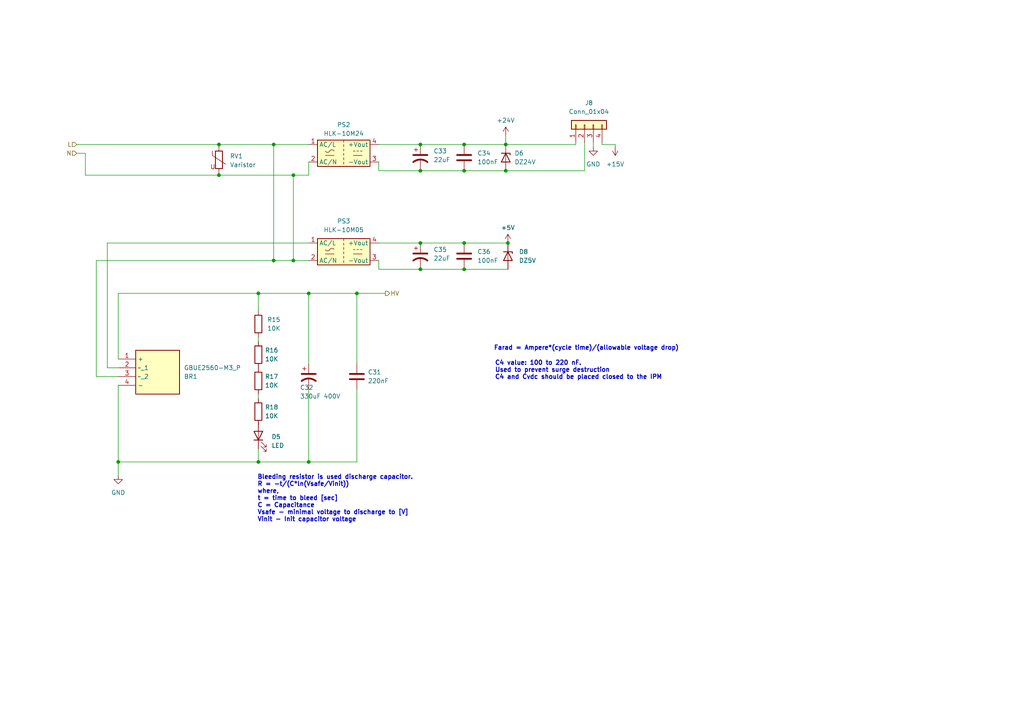
<source format=kicad_sch>
(kicad_sch (version 20230121) (generator eeschema)
  (paper "A4")
  (lib_symbols
    (symbol "Connector_Generic:Conn_01x04" (pin_names (offset 1.016) hide)
      (property "Reference" "J" (at 0 5.08 0))
      (property "Value" "Conn_01x04" (at 0 -7.62 0))
      (symbol "Conn_01x04_1_1"
        (rectangle (start -1.27 -4.953) (end 0 -5.207) (stroke (width 0.1524)))
        (rectangle (start -1.27 -2.413) (end 0 -2.667) (stroke (width 0.1524)))
        (rectangle (start -1.27 0.127) (end 0 -0.127) (stroke (width 0.1524)))
        (rectangle (start -1.27 2.667) (end 0 2.413) (stroke (width 0.1524)))
        (rectangle (start -1.27 3.81) (end 1.27 -6.35) (stroke (width 0.254)) (fill (type background)))
        (pin passive line (at -5.08 2.54 0) (length 3.81) (name "Pin_1") (number "1"))
        (pin passive line (at -5.08 0 0) (length 3.81) (name "Pin_2") (number "2"))
        (pin passive line (at -5.08 -2.54 0) (length 3.81) (name "Pin_3") (number "3"))
        (pin passive line (at -5.08 -5.08 0) (length 3.81) (name "Pin_4") (number "4"))
      )
    )
    (symbol "Converter_ACDC:HLK-10M05"
      (property "Reference" "PS" (at 0 5.08 0))
      (property "Value" "HLK-10M05" (at 0 -5.08 0))
      (symbol "HLK-10M05_0_1"
        (rectangle (start -7.62 3.81) (end 7.62 -3.81) (stroke (width 0.254)) (fill (type background)))
        (arc (start -5.334 0.635) (mid -4.699 0.2495) (end -4.064 0.635))
        (arc (start -2.794 0.635) (mid -3.429 1.0072) (end -4.064 0.635))
        (polyline (pts (xy -5.334 -0.635) (xy -2.794 -0.635)))
        (polyline (pts (xy 0 -2.54) (xy 0 -3.175)))
        (polyline (pts (xy 0 -1.27) (xy 0 -1.905)))
        (polyline (pts (xy 0 0) (xy 0 -0.635)))
        (polyline (pts (xy 0 1.27) (xy 0 0.635)))
        (polyline (pts (xy 0 2.54) (xy 0 1.905)))
        (polyline (pts (xy 0 3.81) (xy 0 3.175)))
        (polyline (pts (xy 2.794 -0.635) (xy 5.334 -0.635)))
        (polyline (pts (xy 2.794 0.635) (xy 3.302 0.635)))
        (polyline (pts (xy 3.81 0.635) (xy 4.318 0.635)))
        (polyline (pts (xy 4.826 0.635) (xy 5.334 0.635)))
      )
      (symbol "HLK-10M05_1_1"
        (pin power_in line (at -10.16 2.54 0) (length 2.54) (name "AC/L") (number "1"))
        (pin power_in line (at -10.16 -2.54 0) (length 2.54) (name "AC/N") (number "2"))
        (pin power_out line (at 10.16 -2.54 180) (length 2.54) (name "-Vout") (number "3"))
        (pin power_out line (at 10.16 2.54 180) (length 2.54) (name "+Vout") (number "4"))
      )
    )
    (symbol "Converter_ACDC:HLK-10M24"
      (property "Reference" "PS" (at 0 5.08 0))
      (property "Value" "HLK-10M24" (at 0 -5.08 0))
      (symbol "HLK-10M24_0_1"
        (rectangle (start -7.62 3.81) (end 7.62 -3.81) (stroke (width 0.254)) (fill (type background)))
        (arc (start -5.334 0.635) (mid -4.699 0.2495) (end -4.064 0.635))
        (arc (start -2.794 0.635) (mid -3.429 1.0072) (end -4.064 0.635))
        (polyline (pts (xy -5.334 -0.635) (xy -2.794 -0.635)))
        (polyline (pts (xy 0 -2.54) (xy 0 -3.175)))
        (polyline (pts (xy 0 -1.27) (xy 0 -1.905)))
        (polyline (pts (xy 0 0) (xy 0 -0.635)))
        (polyline (pts (xy 0 1.27) (xy 0 0.635)))
        (polyline (pts (xy 0 2.54) (xy 0 1.905)))
        (polyline (pts (xy 0 3.81) (xy 0 3.175)))
        (polyline (pts (xy 2.794 -0.635) (xy 5.334 -0.635)))
        (polyline (pts (xy 2.794 0.635) (xy 3.302 0.635)))
        (polyline (pts (xy 3.81 0.635) (xy 4.318 0.635)))
        (polyline (pts (xy 4.826 0.635) (xy 5.334 0.635)))
      )
      (symbol "HLK-10M24_1_1"
        (pin power_in line (at -10.16 2.54 0) (length 2.54) (name "AC/L") (number "1"))
        (pin power_in line (at -10.16 -2.54 0) (length 2.54) (name "AC/N") (number "2"))
        (pin power_out line (at 10.16 -2.54 180) (length 2.54) (name "-Vout") (number "3"))
        (pin power_out line (at 10.16 2.54 180) (length 2.54) (name "+Vout") (number "4"))
      )
    )
    (symbol "Device:C" (pin_numbers hide) (pin_names (offset 0.254))
      (property "Reference" "C" (at 0.635 2.54 0))
      (property "Value" "C" (at 0.635 -2.54 0))
      (symbol "C_0_1"
        (polyline (pts (xy -2.032 -0.762) (xy 2.032 -0.762)) (stroke (width 0.508)))
        (polyline (pts (xy -2.032 0.762) (xy 2.032 0.762)) (stroke (width 0.508)))
      )
      (symbol "C_1_1"
        (pin passive line (at 0 3.81 270) (length 2.794) (name "~") (number "1"))
        (pin passive line (at 0 -3.81 90) (length 2.794) (name "~") (number "2"))
      )
    )
    (symbol "Device:C_Polarized_US" (pin_numbers hide) (pin_names (offset 0.254) hide)
      (property "Reference" "C" (at 0.635 2.54 0))
      (property "Value" "C_Polarized_US" (at 0.635 -2.54 0))
      (symbol "C_Polarized_US_0_1"
        (polyline (pts (xy -2.032 0.762) (xy 2.032 0.762)) (stroke (width 0.508)))
        (polyline (pts (xy -1.778 2.286) (xy -0.762 2.286)))
        (polyline (pts (xy -1.27 1.778) (xy -1.27 2.794)))
        (arc (start 2.032 -1.27) (mid 0 -0.5572) (end -2.032 -1.27) (stroke (width 0.508)))
      )
      (symbol "C_Polarized_US_1_1"
        (pin passive line (at 0 3.81 270) (length 2.794) (name "~") (number "1"))
        (pin passive line (at 0 -3.81 90) (length 3.302) (name "~") (number "2"))
      )
    )
    (symbol "Device:D_Zener" (pin_numbers hide) (pin_names (offset 1.016) hide)
      (property "Reference" "D" (at 0 2.54 0))
      (property "Value" "D_Zener" (at 0 -2.54 0))
      (symbol "D_Zener_0_1"
        (polyline (pts (xy 1.27 0) (xy -1.27 0)))
        (polyline (pts (xy -1.27 -1.27) (xy -1.27 1.27) (xy -0.762 1.27)) (stroke (width 0.254)))
        (polyline (pts (xy 1.27 -1.27) (xy 1.27 1.27) (xy -1.27 0) (xy 1.27 -1.27)) (stroke (width 0.254)))
      )
      (symbol "D_Zener_1_1"
        (pin passive line (at -3.81 0 0) (length 2.54) (name "K") (number "1"))
        (pin passive line (at 3.81 0 180) (length 2.54) (name "A") (number "2"))
      )
    )
    (symbol "Device:LED" (pin_numbers hide) (pin_names (offset 1.016) hide)
      (property "Reference" "D" (at 0 2.54 0))
      (property "Value" "LED" (at 0 -2.54 0))
      (symbol "LED_0_1"
        (polyline (pts (xy -1.27 -1.27) (xy -1.27 1.27)) (stroke (width 0.254)))
        (polyline (pts (xy -1.27 0) (xy 1.27 0)))
        (polyline (pts (xy 1.27 -1.27) (xy 1.27 1.27) (xy -1.27 0) (xy 1.27 -1.27)) (stroke (width 0.254)))
        (polyline (pts (xy -3.048 -0.762) (xy -4.572 -2.286) (xy -3.81 -2.286) (xy -4.572 -2.286) (xy -4.572 -1.524)))
        (polyline (pts (xy -1.778 -0.762) (xy -3.302 -2.286) (xy -2.54 -2.286) (xy -3.302 -2.286) (xy -3.302 -1.524)))
      )
      (symbol "LED_1_1"
        (pin passive line (at -3.81 0 0) (length 2.54) (name "K") (number "1"))
        (pin passive line (at 3.81 0 180) (length 2.54) (name "A") (number "2"))
      )
    )
    (symbol "Device:R" (pin_numbers hide) (pin_names (offset 0))
      (property "Reference" "R" (at 2.032 0 90))
      (property "Value" "R" (at 0 0 90))
      (symbol "R_0_1"
        (rectangle (start -1.016 -2.54) (end 1.016 2.54) (stroke (width 0.254)))
      )
      (symbol "R_1_1"
        (pin passive line (at 0 3.81 270) (length 1.27) (name "~") (number "1"))
        (pin passive line (at 0 -3.81 90) (length 1.27) (name "~") (number "2"))
      )
    )
    (symbol "Device:Varistor" (pin_numbers hide) (pin_names (offset 0))
      (property "Reference" "RV" (at 3.175 0 90))
      (property "Value" "Varistor" (at -3.175 0 90))
      (symbol "Varistor_0_0"
        (text "U" (at -1.778 -2.032 0) (effects (font (size 1.27 1.27))))
      )
      (symbol "Varistor_0_1"
        (rectangle (start -1.016 -2.54) (end 1.016 2.54) (stroke (width 0.254)))
        (polyline (pts (xy -1.905 2.54) (xy -1.905 1.27) (xy 1.905 -1.27)))
      )
      (symbol "Varistor_1_1"
        (pin passive line (at 0 3.81 270) (length 1.27) (name "~") (number "1"))
        (pin passive line (at 0 -3.81 90) (length 1.27) (name "~") (number "2"))
      )
    )
    (symbol "SamacSys_Parts:GBUE2560-M3_P"
      (property "Reference" "BR" (at 19.05 7.62 0))
      (property "Value" "GBUE2560-M3_P" (at 19.05 5.08 0))
      (symbol "GBUE2560-M3_P_1_1"
        (rectangle (start 5.08 2.54) (end 17.78 -10.16) (stroke (width 0.254)) (fill (type background)))
        (pin passive line (at 0 -7.62 0) (length 5.08) (name "+") (number "1"))
        (pin passive line (at 0 -5.08 0) (length 5.08) (name "~_1") (number "2"))
        (pin passive line (at 0 -2.54 0) (length 5.08) (name "~_2") (number "3"))
        (pin passive line (at 0 0 0) (length 5.08) (name "-") (number "4"))
      )
    )
    (symbol "power:+15V" (power) (pin_names (offset 0))
      (property "Value" "+15V" (at 0 3.556 0))
      (symbol "+15V_0_1"
        (polyline (pts (xy -0.762 1.27) (xy 0 2.54)))
        (polyline (pts (xy 0 0) (xy 0 2.54)))
        (polyline (pts (xy 0 2.54) (xy 0.762 1.27)))
      )
      (symbol "+15V_1_1"
        (pin power_in line (at 0 0 90) (length 0) hide (name "+15V") (number "1"))
      )
    )
    (symbol "power:+24V" (power) (pin_names (offset 0))
      (property "Value" "+24V" (at 0 3.556 0))
      (symbol "+24V_0_1"
        (polyline (pts (xy -0.762 1.27) (xy 0 2.54)))
        (polyline (pts (xy 0 0) (xy 0 2.54)))
        (polyline (pts (xy 0 2.54) (xy 0.762 1.27)))
      )
      (symbol "+24V_1_1"
        (pin power_in line (at 0 0 90) (length 0) hide (name "+24V") (number "1"))
      )
    )
    (symbol "power:+5V" (power) (pin_names (offset 0))
      (property "Value" "+5V" (at 0 3.556 0))
      (symbol "+5V_0_1"
        (polyline (pts (xy -0.762 1.27) (xy 0 2.54)))
        (polyline (pts (xy 0 0) (xy 0 2.54)))
        (polyline (pts (xy 0 2.54) (xy 0.762 1.27)))
      )
      (symbol "+5V_1_1"
        (pin power_in line (at 0 0 90) (length 0) hide (name "+5V") (number "1"))
      )
    )
    (symbol "power:GND" (power) (pin_names (offset 0))
      (property "Value" "GND" (at 0 -3.81 0))
      (symbol "GND_0_1"
        (polyline (pts (xy 0 0) (xy 0 -1.27) (xy 1.27 -1.27) (xy 0 -2.54) (xy -1.27 -1.27) (xy 0 -1.27)))
      )
      (symbol "GND_1_1"
        (pin power_in line (at 0 0 270) (length 0) hide (name "GND") (number "1"))
      )
    )
  )
  (junction (at 89.535 133.985))
  (junction (at 147.32 70.485))
  (junction (at 74.93 85.09))
  (junction (at 121.92 70.485))
  (junction (at 134.62 41.91))
  (junction (at 79.375 75.565))
  (junction (at 146.685 49.53))
  (junction (at 121.92 41.91))
  (junction (at 74.93 133.985))
  (junction (at 146.685 41.91))
  (junction (at 103.505 85.09))
  (junction (at 85.09 75.565))
  (junction (at 121.92 78.105))
  (junction (at 121.92 49.53))
  (junction (at 79.375 41.91))
  (junction (at 63.5 50.8))
  (junction (at 134.62 70.485))
  (junction (at 34.29 133.985))
  (junction (at 89.535 85.09))
  (junction (at 85.09 50.8))
  (junction (at 63.5 41.91))
  (junction (at 134.62 78.105))
  (junction (at 134.62 49.53))
  (wire (pts (xy 74.93 114.3) (xy 74.93 115.57)))
  (wire (pts (xy 121.92 41.91) (xy 134.62 41.91)))
  (wire (pts (xy 34.29 133.985) (xy 34.29 137.795)))
  (wire (pts (xy 134.62 78.105) (xy 147.32 78.105)))
  (wire (pts (xy 74.93 85.09) (xy 89.535 85.09)))
  (wire (pts (xy 89.535 85.09) (xy 89.535 105.41)))
  (wire (pts (xy 34.29 85.09) (xy 74.93 85.09)))
  (wire (pts (xy 74.93 97.79) (xy 74.93 99.06)))
  (wire (pts (xy 109.855 75.565) (xy 109.855 78.105)))
  (wire (pts (xy 34.29 85.09) (xy 34.29 104.14)))
  (wire (pts (xy 169.545 49.53) (xy 169.545 41.275)))
  (wire (pts (xy 24.765 44.45) (xy 24.765 50.8)))
  (wire (pts (xy 103.505 85.09) (xy 111.76 85.09)))
  (wire (pts (xy 85.09 50.8) (xy 85.09 75.565)))
  (wire (pts (xy 109.855 78.105) (xy 121.92 78.105)))
  (wire (pts (xy 146.685 41.91) (xy 167.005 41.91)))
  (wire (pts (xy 89.535 133.985) (xy 103.505 133.985)))
  (wire (pts (xy 74.93 130.175) (xy 74.93 133.985)))
  (wire (pts (xy 31.115 70.485) (xy 89.535 70.485)))
  (wire (pts (xy 174.625 41.91) (xy 174.625 41.275)))
  (wire (pts (xy 34.29 106.68) (xy 31.115 106.68)))
  (wire (pts (xy 74.93 85.09) (xy 74.93 90.17)))
  (wire (pts (xy 85.09 50.8) (xy 89.535 50.8)))
  (wire (pts (xy 74.93 133.985) (xy 89.535 133.985)))
  (wire (pts (xy 22.225 44.45) (xy 24.765 44.45)))
  (wire (pts (xy 89.535 113.03) (xy 89.535 133.985)))
  (wire (pts (xy 74.93 123.19) (xy 74.93 122.555)))
  (wire (pts (xy 103.505 113.03) (xy 103.505 133.985)))
  (wire (pts (xy 79.375 75.565) (xy 85.09 75.565)))
  (wire (pts (xy 121.92 78.105) (xy 134.62 78.105)))
  (wire (pts (xy 34.29 109.22) (xy 27.94 109.22)))
  (wire (pts (xy 167.005 41.91) (xy 167.005 41.275)))
  (wire (pts (xy 63.5 41.91) (xy 63.5 42.545)))
  (wire (pts (xy 178.435 41.91) (xy 174.625 41.91)))
  (wire (pts (xy 34.29 111.76) (xy 34.29 133.985)))
  (wire (pts (xy 63.5 41.91) (xy 79.375 41.91)))
  (wire (pts (xy 109.855 41.91) (xy 121.92 41.91)))
  (wire (pts (xy 22.225 41.91) (xy 63.5 41.91)))
  (wire (pts (xy 27.94 109.22) (xy 27.94 75.565)))
  (wire (pts (xy 79.375 41.91) (xy 89.535 41.91)))
  (wire (pts (xy 89.535 85.09) (xy 103.505 85.09)))
  (wire (pts (xy 31.115 106.68) (xy 31.115 70.485)))
  (wire (pts (xy 134.62 41.91) (xy 146.685 41.91)))
  (wire (pts (xy 63.5 50.8) (xy 85.09 50.8)))
  (wire (pts (xy 109.855 46.99) (xy 109.855 49.53)))
  (wire (pts (xy 24.765 50.8) (xy 63.5 50.8)))
  (wire (pts (xy 63.5 50.8) (xy 63.5 50.165)))
  (wire (pts (xy 79.375 41.91) (xy 79.375 75.565)))
  (wire (pts (xy 146.685 49.53) (xy 169.545 49.53)))
  (wire (pts (xy 134.62 70.485) (xy 147.32 70.485)))
  (wire (pts (xy 134.62 49.53) (xy 146.685 49.53)))
  (wire (pts (xy 27.94 75.565) (xy 79.375 75.565)))
  (wire (pts (xy 109.855 49.53) (xy 121.92 49.53)))
  (wire (pts (xy 103.505 85.09) (xy 103.505 105.41)))
  (wire (pts (xy 109.855 70.485) (xy 121.92 70.485)))
  (wire (pts (xy 121.92 70.485) (xy 134.62 70.485)))
  (wire (pts (xy 146.685 39.37) (xy 146.685 41.91)))
  (wire (pts (xy 85.09 75.565) (xy 89.535 75.565)))
  (wire (pts (xy 121.92 49.53) (xy 134.62 49.53)))
  (wire (pts (xy 172.085 41.275) (xy 172.085 42.545)))
  (wire (pts (xy 89.535 46.99) (xy 89.535 50.8)))
  (wire (pts (xy 178.435 41.91) (xy 178.435 42.545)))
  (wire (pts (xy 34.29 133.985) (xy 74.93 133.985)))
  (text_box "Bleeding resistor is used discharge capacitor.\nR = -t/(C*ln(Vsafe/Vinit))\nwhere,\nt = time to bleed [sec]\nC = Capacitance\nVsafe - minimal voltage to discharge to [V]\nVinit - Init capacitor voltage\n" (at 73.66 136.525 0) (size 53.34 15.875) (stroke (width -0.0001) (type dash)) (effects (font (size 1.27 1.27) (thickness 0.254) bold) (justify left top)))
  (text_box "Farad = Ampere*(cycle time)/(allowable voltage drop)" (at 142.24 99.06 0) (size 56.515 3.81) (stroke (width -0.0001)) (effects (font (size 1.27 1.27) (thickness 0.254) bold) (justify left top)))
  (text "C4 value: 100 to 220 nF.\nUsed to prevent surge destruction\nC4 and Cvdc should be placed closed to the IPM\n\n\n" (at 143.51 114.3 0) (effects (font (size 1.27 1.27) bold) (justify left bottom)))
  (hierarchical_label "N" (shape input) (at 22.225 44.45 180))
  (hierarchical_label "L" (shape input) (at 22.225 41.91 180))
  (hierarchical_label "HV" (shape output) (at 111.76 85.09 0))
  (symbol (lib_id "SamacSys_Parts:GBUE2560-M3_P") (at 34.29 111.76 0) (mirror x) (unit 1)
    (property "Reference" "BR1" (at 53.34 109.22 0) (effects (justify left)))
    (property "Value" "GBUE2560-M3_P" (at 53.34 106.68 0) (effects (justify left)))
    (property "Footprint" "SamacSys_Parts:GBUE2560M3P" (effects hide))
    (property "Datasheet" "https://www.vishay.com/docs/87633/gbue2560.pdf" (effects hide))
    (property "Height" "20.83" (effects hide))
    (property "Manufacturer_Name" "Vishay" (effects hide))
    (property "Manufacturer_Part_Number" "GBUE2560-M3/P" (effects hide))
    (property "Mouser Part Number" "78-GBUE2560-M3/P" (effects hide))
    (property "Mouser Price/Stock" "https://www.mouser.co.uk/ProductDetail/Vishay-General-Semiconductor/GBUE2560-M3-P?qs=MLItCLRbWswtbce7nAjkJg%3D%3D" (effects hide))
    (property "Arrow Part Number" "GBUE2560-M3/P" (effects hide))
    (property "Arrow Price/Stock" "https://www.arrow.com/en/products/gbue2560-m3p/vishay?region=nac" (effects hide))
  )
  (symbol (lib_id "Connector_Generic:Conn_01x04") (at 169.545 36.195 90) (unit 1)
    (property "Reference" "J8" (at 170.815 29.845 90))
    (property "Value" "Conn_01x04" (at 170.815 32.385 90))
    (property "Footprint" "Connector_Samtec_HPM_THT:Samtec_HPM-04-01-x-S_Straight_1x04_Pitch5.08mm" (effects hide))
  )
  (symbol (lib_id "Converter_ACDC:HLK-10M05") (at 99.695 73.025 0) (unit 1)
    (property "Reference" "PS3" (at 99.695 64.135 0))
    (property "Value" "HLK-10M05" (at 99.695 66.675 0))
    (property "Footprint" "Converter_ACDC:Converter_ACDC_HiLink_HLK-10Mxx" (effects hide))
    (property "Datasheet" "http://h.hlktech.com/download/ACDC%E7%94%B5%E6%BA%90%E6%A8%A1%E5%9D%9710W%E7%B3%BB%E5%88%97/1/%E6%B5%B7%E5%87%8C%E7%A7%9110W%E7%B3%BB%E5%88%97%E7%94%B5%E6%BA%90%E6%A8%A1%E5%9D%97%E8%A7%84%E6%A0%BC%E4%B9%A6V1.8.pdf" (effects hide))
  )
  (symbol (lib_id "Device:D_Zener") (at 147.32 74.295 270) (unit 1)
    (property "Reference" "D8" (at 150.495 73.025 90) (effects (justify left)))
    (property "Value" "DZ5V" (at 150.495 75.565 90) (effects (justify left)))
    (property "Footprint" "Diode_THT:D_T-1_P5.08mm_Horizontal" (effects hide))
  )
  (symbol (lib_id "power:+15V") (at 178.435 42.545 180) (unit 1)
    (property "Reference" "#PWR020" (effects hide))
    (property "Value" "+15V" (at 178.435 47.625 0))
  )
  (symbol (lib_id "Device:R") (at 74.93 93.98 0) (unit 1)
    (property "Reference" "R15" (at 77.47 92.71 0) (effects (justify left)))
    (property "Value" "10K" (at 77.47 95.25 0) (effects (justify left)))
    (property "Footprint" "Resistor_THT:R_Axial_DIN0309_L9.0mm_D3.2mm_P12.70mm_Horizontal" (effects hide))
  )
  (symbol (lib_id "Device:C_Polarized_US") (at 121.92 74.295 0) (unit 1)
    (property "Reference" "C35" (at 125.73 72.39 0) (effects (justify left)))
    (property "Value" "22uF" (at 125.73 74.93 0) (effects (justify left)))
    (property "Footprint" "Capacitor_THT:CP_Radial_D5.0mm_P2.50mm" (effects hide))
  )
  (symbol (lib_id "Device:R") (at 74.93 119.38 0) (unit 1)
    (property "Reference" "R18" (at 76.835 118.11 0) (effects (justify left)))
    (property "Value" "10K" (at 76.835 120.65 0) (effects (justify left)))
    (property "Footprint" "Resistor_THT:R_Axial_DIN0309_L9.0mm_D3.2mm_P12.70mm_Horizontal" (effects hide))
  )
  (symbol (lib_id "power:GND") (at 34.29 137.795 0) (unit 1)
    (property "Reference" "#PWR02" (effects hide))
    (property "Value" "GND" (at 34.29 142.875 0))
  )
  (symbol (lib_id "Device:C_Polarized_US") (at 121.92 45.72 0) (unit 1)
    (property "Reference" "C33" (at 125.73 43.815 0) (effects (justify left)))
    (property "Value" "22uF" (at 125.73 46.355 0) (effects (justify left)))
    (property "Footprint" "Capacitor_THT:CP_Radial_D5.0mm_P2.50mm" (effects hide))
  )
  (symbol (lib_id "Device:R") (at 74.93 102.87 0) (unit 1)
    (property "Reference" "R16" (at 76.835 101.6 0) (effects (justify left)))
    (property "Value" "10K" (at 76.835 104.14 0) (effects (justify left)))
    (property "Footprint" "Resistor_THT:R_Axial_DIN0309_L9.0mm_D3.2mm_P12.70mm_Horizontal" (effects hide))
  )
  (symbol (lib_id "Converter_ACDC:HLK-10M24") (at 99.695 44.45 0) (unit 1)
    (property "Reference" "PS2" (at 99.695 36.195 0))
    (property "Value" "HLK-10M24" (at 99.695 38.735 0))
    (property "Footprint" "Converter_ACDC:Converter_ACDC_HiLink_HLK-10Mxx" (effects hide))
    (property "Datasheet" "http://h.hlktech.com/download/ACDC%E7%94%B5%E6%BA%90%E6%A8%A1%E5%9D%9710W%E7%B3%BB%E5%88%97/1/%E6%B5%B7%E5%87%8C%E7%A7%9110W%E7%B3%BB%E5%88%97%E7%94%B5%E6%BA%90%E6%A8%A1%E5%9D%97%E8%A7%84%E6%A0%BC%E4%B9%A6V1.8.pdf" (effects hide))
  )
  (symbol (lib_id "power:+5V") (at 147.32 70.485 0) (unit 1)
    (property "Reference" "#PWR041" (effects hide))
    (property "Value" "+5V" (at 147.32 66.04 0))
  )
  (symbol (lib_id "Device:C") (at 134.62 45.72 0) (unit 1)
    (property "Reference" "C34" (at 138.43 44.45 0) (effects (justify left)))
    (property "Value" "100nF" (at 138.43 46.99 0) (effects (justify left)))
    (property "Footprint" "Capacitor_THT:C_Disc_D4.3mm_W1.9mm_P5.00mm" (effects hide))
  )
  (symbol (lib_id "Device:Varistor") (at 63.5 46.355 0) (unit 1)
    (property "Reference" "RV1" (at 66.675 45.2783 0) (effects (justify left)))
    (property "Value" "Varistor" (at 66.675 47.8183 0) (effects (justify left)))
    (property "Footprint" "Varistor:RV_Disc_D7mm_W3.5mm_P5mm" (effects hide))
    (property "Sim.Name" "kicad_builtin_varistor" (effects hide))
    (property "Sim.Device" "SUBCKT" (effects hide))
    (property "Sim.Pins" "1=A 2=B" (effects hide))
    (property "Sim.Params" "threshold=1k" (effects hide))
    (property "Sim.Library" "${KICAD7_SYMBOL_DIR}/Simulation_SPICE.sp" (effects hide))
  )
  (symbol (lib_id "power:GND") (at 172.085 42.545 0) (unit 1)
    (property "Reference" "#PWR043" (effects hide))
    (property "Value" "GND" (at 172.085 47.625 0))
  )
  (symbol (lib_id "Device:LED") (at 74.93 126.365 90) (unit 1)
    (property "Reference" "D5" (at 78.74 126.6825 90) (effects (justify right)))
    (property "Value" "LED" (at 78.74 129.2225 90) (effects (justify right)))
    (property "Footprint" "LED_THT:LED_D5.0mm" (effects hide))
  )
  (symbol (lib_id "Device:C_Polarized_US") (at 89.535 109.22 0) (unit 1)
    (property "Reference" "C32" (at 86.995 112.395 0) (effects (justify left)))
    (property "Value" "330uF 400V" (at 86.995 114.935 0) (effects (justify left)))
    (property "Footprint" "Capacitor_THT:CP_Radial_D30.0mm_P10.00mm_SnapIn" (effects hide))
  )
  (symbol (lib_id "Device:C") (at 103.505 109.22 0) (unit 1)
    (property "Reference" "C31" (at 106.68 107.95 0) (effects (justify left)))
    (property "Value" "220nF" (at 106.68 110.49 0) (effects (justify left)))
    (property "Footprint" "Capacitor_THT:C_Disc_D4.3mm_W1.9mm_P5.00mm" (effects hide))
  )
  (symbol (lib_id "Device:C") (at 134.62 74.295 0) (unit 1)
    (property "Reference" "C36" (at 138.43 73.025 0) (effects (justify left)))
    (property "Value" "100nF" (at 138.43 75.565 0) (effects (justify left)))
    (property "Footprint" "Capacitor_THT:C_Disc_D4.3mm_W1.9mm_P5.00mm" (effects hide))
  )
  (symbol (lib_id "power:+24V") (at 146.685 39.37 0) (unit 1)
    (property "Reference" "#PWR042" (effects hide))
    (property "Value" "+24V" (at 146.685 34.925 0))
  )
  (symbol (lib_id "Device:D_Zener") (at 146.685 45.72 270) (unit 1)
    (property "Reference" "D6" (at 149.225 44.45 90) (effects (justify left)))
    (property "Value" "DZ24V" (at 149.225 46.99 90) (effects (justify left)))
    (property "Footprint" "Diode_THT:D_T-1_P5.08mm_Horizontal" (effects hide))
  )
  (symbol (lib_id "Device:R") (at 74.93 110.49 0) (unit 1)
    (property "Reference" "R17" (at 76.835 109.22 0) (effects (justify left)))
    (property "Value" "10K" (at 76.835 111.76 0) (effects (justify left)))
    (property "Footprint" "Resistor_THT:R_Axial_DIN0309_L9.0mm_D3.2mm_P12.70mm_Horizontal" (effects hide))
  )
)
</source>
